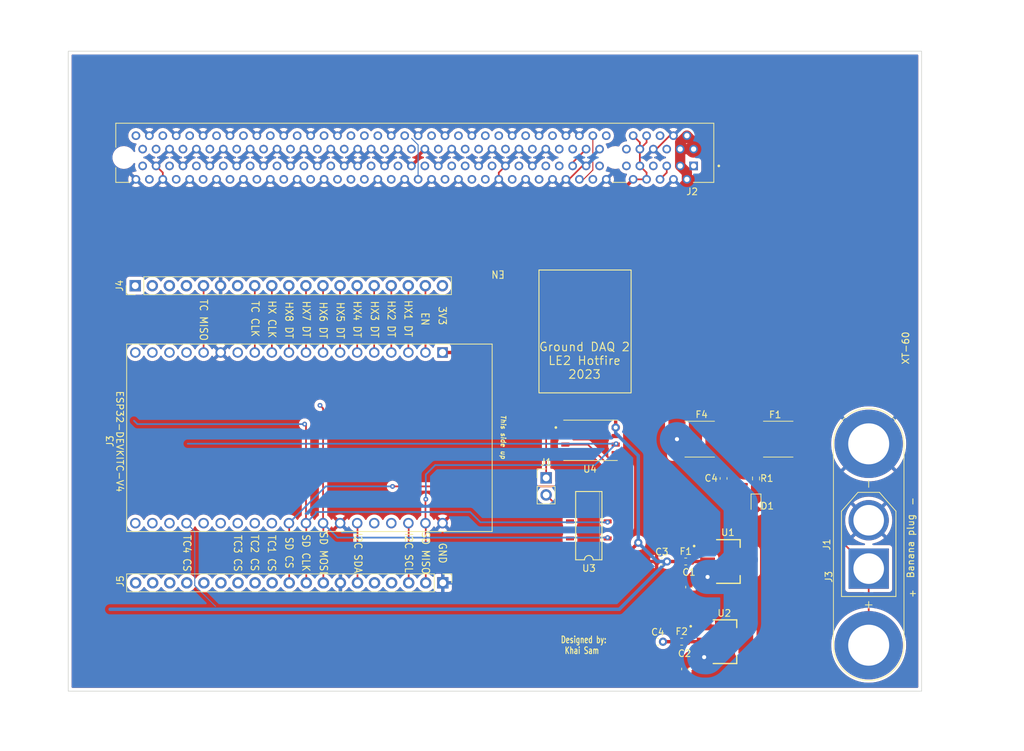
<source format=kicad_pcb>
(kicad_pcb (version 20211014) (generator pcbnew)
  (layers (0 "F.Cu" signal) (1 "In1.Cu" signal) (2 "In2.Cu" signal) (31 "B.Cu" signal) (34 "B.Paste" user) (35 "F.Paste" user) (36 "B.SilkS" user "B.Silkscreen") (37 "F.SilkS" user "F.Silkscreen") (38 "B.Mask" user) (39 "F.Mask" user) (44 "Edge.Cuts" user))
  (net 0 "")
  (net 1 "GND")
  (net 2 "Net-(C4-Pad2)")
  (net 3 "12V")
  (net 4 "Net-(D1-Pad1)")
  (net 5 "+12V")
  (net 6 "3.3V")
  (net 7 "5V")
  (net 8 "HX CLK")
  (net 9 "EN")
  (net 10 "HX1")
  (net 11 "HX2")
  (net 12 "HX3")
  (net 13 "HX4")
  (net 14 "HX5")
  (net 15 "HX6")
  (net 16 "HX7")
  (net 17 "HX8")
  (net 18 "TC CLK")
  (net 19 "Net-(F1-Pad1)")
  (net 20 "TC MISO")
  (net 21 "Net-(J1-Pad1)")
  (net 26 "SD MOSI")
  (net 27 "SD CS")
  (net 29 "I2C SCL")
  (net 30 "I2C SDA")
  (net 36 "TC CS 3")
  (net 37 "TC CS 4")
  (net 47 "SD MOSI_3.3")
  (net 48 "SD CLK_3.3")
  (net 51 "SD CS_3.3")
  (net 60 "Net-(F2-Pad1)")
  (net 71 "SD CLK")
  (net 72 "SD MISO")
  (net 73 "TC CS 1")
  (net 74 "TC CS 2")
  (net 115 "TC MOSI")
  (footprint "XTSD04GLGEAG:SON127P600X800X95-8N" (layer "F.Cu") (at 192.024 121.412)
    (fp_text reference "U4")
    (fp_text value "XTSD04GLGEAG")
  )
  (footprint "74HC4050D:SO16" (layer "F.Cu") (at 191.77 134.112 90)
    (fp_text reference "U3")
    (fp_text value "74HC4050D")
  )
  (footprint "Capacitor_SMD:C_0603_1608Metric" (layer "F.Cu") (at 206.1005 155.448 90)
    (fp_text reference "C2")
    (fp_text value "10uF")
  )
  (footprint "Capacitor_SMD:C_0603_1608Metric" (layer "F.Cu") (at 202.0365 151.384)
    (fp_text reference "C4")
    (fp_text value "22uF")
  )
  (footprint "Diode_SMD:D_0603_1608Metric" (layer "F.Cu") (at 216.6595 130.893 -90)
    (fp_text reference "D1")
    (fp_text value "D_Small")
  )
  (footprint "10018783-10213TLF:AMPHENOL_10018783-10213TLF" (layer "F.Cu") (at 195.72 79.321136 180)
    (fp_text reference "J2")
    (fp_text value "Bus_PCI_Express_x16")
  )
  (footprint "Fuse:Fuse_0603_1608Metric" (layer "F.Cu") (at 205.5925 151.384 180)
    (fp_text reference "F2")
    (fp_text value "500mA Fuse")
  )
  (footprint "Capacitor_SMD:C_0603_1608Metric" (layer "F.Cu") (at 202.64 139.446)
    (fp_text reference "C3")
    (fp_text value "22uF")
  )
  (footprint "Connector_PinHeader_2.54mm:PinHeader_1x19_P2.54mm_Vertical" (layer "F.Cu") (at 124.2668 98.3996 90)
    (fp_text reference "J4")
    (fp_text value "Conn_01x19_Male")
  )
  (footprint "Ellie_Project_Footprints:MODULE_ESP32-DEVKITC-32D" (layer "F.Cu") (at 150.241 121.041001 -90)
    (fp_text reference "J3")
    (fp_text value "ESP32-DEVKITC-32D")
  )
  (footprint "Connector_PinHeader_2.54mm:PinHeader_1x19_P2.54mm_Vertical" (layer "F.Cu") (at 170.043 142.621 -90)
    (fp_text reference "J5")
    (fp_text value "Conn_01x19_Male")
  )
  (footprint "Resistor_SMD:R_0603_1608Metric" (layer "F.Cu") (at 216.6595 127.083 -90)
    (fp_text reference "R1")
    (fp_text value "10k")
  )
  (footprint "AZ1117IH-3:SOT230P700X185-4N" (layer "F.Cu") (at 212.038 151.384)
    (fp_text reference "U2")
    (fp_text value "AZ1117IH-5TRG1")
  )
  (footprint "Fuse:Fuse_2920_7451Metric" (layer "F.Cu") (at 208.2775 121.241 180)
    (fp_text reference "F4")
    (fp_text value "6A Fuse")
  )
  (footprint "XT60-M:AMASS_XT60-M" (layer "F.Cu") (at 233.426 136.906 90)
    (fp_text reference "J3")
    (fp_text value "XT60-M")
  )
  (footprint "Connector:Banana_Jack_2Pin" (layer "F.Cu") (at 233.426 151.906 90)
    (fp_text reference "J1")
    (fp_text value "POWER")
  )
  (footprint "Capacitor_SMD:C_0603_1608Metric" (layer "F.Cu") (at 211.8335 127.083 90)
    (fp_text reference "C4")
    (fp_text value "22uF")
  )
  (footprint "Fuse:Fuse_0603_1608Metric" (layer "F.Cu") (at 206.196 139.446 180)
    (fp_text reference "F1")
    (fp_text value "500mA Fuse")
  )
  (footprint "Capacitor_SMD:C_0603_1608Metric" (layer "F.Cu") (at 206.704 143.256 90)
    (fp_text reference "C1")
    (fp_text value "10uF")
  )
  (footprint "AZ1117IH-3:SOT230P700X185-4N" (layer "F.Cu") (at 212.546 139.446)
    (fp_text reference "U1")
    (fp_text value "AZ1117IH-3.3TRG1")
  )
  (footprint "Connector_PinHeader_2.54mm:PinHeader_1x02_P2.54mm_Vertical" (layer "F.Cu") (at 185.42 127)
    (fp_text reference "J1")
    (fp_text value "Pin Jumper")
  )
  (footprint "Fuse:Fuse_2920_7451Metric" (layer "F.Cu") (at 219.9615 121.241 180)
    (fp_text reference "F1")
    (fp_text value "6A Fuse")
  )
  (gr_rect (start 184.3532 96.0628) (end 198.0692 114.3508) (layer "F.SilkS") (width 0.15) (fill none))
  (gr_rect (start 114.3 63.5) (end 241.3 158.75) (layer "Edge.Cuts") (width 0.1) (fill none))
  (gr_text "HX7 DT" (at 149.733 103.4034 270) (layer "F.SilkS") (effects (font (size 1.1 1))))
  (gr_text "SD CS" (at 147.1676 138.1506 270) (layer "F.SilkS") (effects (font (size 1.1 1))))
  (gr_text "-" (at 239.9284 130.5052 90) (layer "F.SilkS") (effects (font (size 1 1))))
  (gr_text "TC3 CS" (at 139.5222 138.2268 270) (layer "F.SilkS") (effects (font (size 1.1 1))))
  (gr_text "HX CLK" (at 144.6276 103.4034 270) (layer "F.SilkS") (effects (font (size 1.1 1))))
  (gr_text "TC CLK" (at 142.113 103.3526 270) (layer "F.SilkS") (effects (font (size 1.1 1))))
  (gr_text "HX8 DT" (at 147.1676 103.5304 270) (layer "F.SilkS") (effects (font (size 1.1 1))))
  (gr_text "Banana plug" (at 239.6744 137.16 90) (layer "F.SilkS") (effects (font (size 1 1))))
  (gr_text "SD CLK" (at 149.6822 138.176 270) (layer "F.SilkS") (effects (font (size 1.1 1))))
  (gr_text "HX4 DT" (at 157.3022 103.4034 270) (layer "F.SilkS") (effects (font (size 1.1 1))))
  (gr_text "EN" (at 167.4114 103.3526 270) (layer "F.SilkS") (effects (font (size 1.1 1))))
  (gr_text "I2C SDA" (at 157.4292 138.176 270) (layer "F.SilkS") (effects (font (size 1.1 1))))
  (gr_text "+" (at 239.9284 144.2212 90) (layer "F.SilkS") (effects (font (size 1 1))))
  (gr_text "SD MOSI" (at 152.2984 138.2014 270) (layer "F.SilkS") (effects (font (size 1.1 1))))
  (gr_text "TC MISO" (at 134.4422 103.505 270) (layer "F.SilkS") (effects (font (size 1.1 1))))
  (gr_text "EN" (at 178.2572 96.6978 180) (layer "F.SilkS") (effects (font (size 1.1 1))))
  (gr_text "TC1 CS" (at 144.5768 138.2268 270) (layer "F.SilkS") (effects (font (size 1.1 1))))
  (gr_text "SD MISO" (at 167.4876 138.176 270) (layer "F.SilkS") (effects (font (size 1.1 1))))
  (gr_text "ESP32-DEVKITC-V4" (at 121.9708 121.5898 270) (layer "F.SilkS") (effects (font (size 1 1))))
  (gr_text "Ground DAQ 2\nLE2 Hotfire\n2023" (at 191.135 109.5502) (layer "F.SilkS") (effects (font (size 1.27 1.27))))
  (gr_text "I2C SCL" (at 164.973 138.1506 270) (layer "F.SilkS") (effects (font (size 1.1 1))))
  (gr_text "This side up" (at 179.0446 120.9548 270) (layer "F.SilkS") (effects (font (size 0.7 0.7) (thickness 0.15) italic)))
  (gr_text "HX2 DT" (at 162.3822 103.3526 270) (layer "F.SilkS") (effects (font (size 1.1 1))))
  (gr_text "Designed by:\nKhai Sam " (at 191.008 151.892) (layer "F.SilkS") (effects (font (size 1 0.7))))
  (gr_text "HX1 DT" (at 164.8968 103.3018 270) (layer "F.SilkS") (effects (font (size 1.1 1))))
  (gr_text "XT-60" (at 238.9378 107.6706 90) (layer "F.SilkS") (effects (font (size 1 1))))
  (gr_text "3V3" (at 169.9768 102.87 270) (layer "F.SilkS") (effects (font (size 1.1 1))))
  (gr_text "HX5 DT" (at 154.7876 103.5812 270) (layer "F.SilkS") (effects (font (size 1.1 1))))
  (gr_text "HX3 DT" (at 159.893 103.4034 270) (layer "F.SilkS") (effects (font (size 1.1 1))))
  (gr_text "TC4 CS" (at 131.9784 138.2268 270) (layer "F.SilkS") (effects (font (size 1.1 1))))
  (gr_text "HX6 DT" (at 152.2476 103.5558 270) (layer "F.SilkS") (effects (font (size 1.1 1))))
  (gr_text "GND" (at 170.0022 138.2014 270) (layer "F.SilkS") (effects (font (size 1.1 1))))
  (gr_text "TC2 CS" (at 142.0368 138.176 270) (layer "F.SilkS") (effects (font (size 1.1 1))))
  (segment (start 188.819569 82.571136) (end 188.37 82.571136) (width 0.254) (layer "F.Cu") (net 1))
  (segment (start 128.37 82.571136) (end 128.37 81.571136) (width 0.254) (layer "F.Cu") (net 1))
  (segment (start 204.37 76.071136) (end 203.819569 76.071136) (width 0.254) (layer "F.Cu") (net 1))
  (segment (start 191.37 80.571136) (end 190.819569 80.571136) (width 0.254) (layer "F.Cu") (net 1))
  (segment (start 190.819569 80.571136) (end 188.819569 82.571136) (width 0.254) (layer "F.Cu") (net 1))
  (segment (start 201.819569 78.071136) (end 201.37 78.071136) (width 0.254) (layer "F.Cu") (net 1))
  (segment (start 128.37 81.571136) (end 127.37 80.571136) (width 0.254) (layer "F.Cu") (net 1))
  (segment (start 178.37 82.571136) (end 178.37 81.571136) (width 0.254) (layer "F.Cu") (net 1))
  (segment (start 178.37 81.571136) (end 179.37 80.571136) (width 0.254) (layer "F.Cu") (net 1))
  (segment (start 203.819569 76.071136) (end 201.819569 78.071136) (width 0.254) (layer "F.Cu") (net 1))
  (segment (start 215.138 124.714) (end 216.6595 124.714) (width 5.08) (layer "F.Cu") (net 2))
  (segment (start 211.8335 124.035) (end 211.8335 124.614) (width 5.08) (layer "F.Cu") (net 2))
  (segment (start 211.665 121.241) (end 211.665 123.8665) (width 5.08) (layer "F.Cu") (net 2))
  (segment (start 211.665 121.241) (end 215.138 124.714) (width 5.08) (layer "F.Cu") (net 2))
  (segment (start 211.665 123.8665) (end 211.8335 124.035) (width 5.08) (layer "F.Cu") (net 2))
  (segment (start 211.665 121.241) (end 216.574 121.241) (width 5.08) (layer "F.Cu") (net 2))
  (segment (start 206.375 83.82) (end 207.01 83.185) (width 2.54) (layer "F.Cu") (net 3))
  (segment (start 206.1005 154.46) (end 206.1005 154.63) (width 1.778) (layer "F.Cu") (net 3))
  (segment (start 204.89 95.67) (end 204.89 121.241) (width 2.54) (layer "F.Cu") (net 3))
  (segment (start 206.37 81.571136) (end 205.37 80.571136) (width 1.524) (layer "F.Cu") (net 3))
  (segment (start 204.89 95.67) (end 206.375 94.185) (width 2.54) (layer "F.Cu") (net 3))
  (segment (start 206.37 82.571136) (end 206.37 81.571136) (width 1.524) (layer "F.Cu") (net 3))
  (segment (start 207.37 78.071136) (end 207.37 77.071136) (width 1.524) (layer "F.Cu") (net 3))
  (segment (start 205.37 78.071136) (end 205.37 80.571136) (width 1.524) (layer "F.Cu") (net 3))
  (segment (start 209.446 141.746) (end 207.48 141.746) (width 1.778) (layer "F.Cu") (net 3))
  (segment (start 206.8765 153.684) (end 206.1005 154.46) (width 1.778) (layer "F.Cu") (net 3))
  (segment (start 207.37 77.071136) (end 206.37 76.071136) (width 1.524) (layer "F.Cu") (net 3))
  (segment (start 208.938 153.684) (end 206.8765 153.684) (width 1.778) (layer "F.Cu") (net 3))
  (segment (start 206.788 142.438) (end 206.704 142.438) (width 1.778) (layer "F.Cu") (net 3))
  (segment (start 205.37 77.071136) (end 206.37 76.071136) (width 1.524) (layer "F.Cu") (net 3))
  (segment (start 207.48 141.746) (end 206.788 142.438) (width 1.778) (layer "F.Cu") (net 3))
  (segment (start 207.37 78.071136) (end 205.37 78.071136) (width 1.524) (layer "F.Cu") (net 3))
  (segment (start 206.375 94.185) (end 206.375 83.82) (width 2.54) (layer "F.Cu") (net 3))
  (segment (start 205.37 78.071136) (end 205.37 77.071136) (width 1.524) (layer "F.Cu") (net 3))
  (segment (start 207.37 78.071136) (end 209.3875 76.053636) (width 2.54) (layer "F.Cu") (net 3))
  (via (at 204.89 121.241) (size 1.2192) (drill 0.6096) (layers "F.Cu" "B.Cu") (net 3))
  (via (at 208.938 153.684) (size 1.2192) (drill 0.6096) (layers "F.Cu" "B.Cu") (net 3))
  (via (at 209.446 141.746) (size 1.2192) (drill 0.6096) (layers "F.Cu" "B.Cu") (net 3))
  (segment (start 209.282 153.684) (end 208.938 153.684) (width 5.08) (layer "B.Cu") (net 3))
  (segment (start 214.376 139.192) (end 211.822 141.746) (width 5.08) (layer "B.Cu") (net 3))
  (segment (start 204.89 121.241) (end 204.89 121.324) (width 5.08) (layer "B.Cu") (net 3))
  (segment (start 214.376 130.81) (end 214.376 139.192) (width 5.08) (layer "B.Cu") (net 3))
  (segment (start 214.376 139.192) (end 214.376 148.59) (width 5.08) (layer "B.Cu") (net 3))
  (segment (start 204.89 121.324) (end 214.376 130.81) (width 5.08) (layer "B.Cu") (net 3))
  (segment (start 214.376 148.59) (end 209.282 153.684) (width 5.08) (layer "B.Cu") (net 3))
  (segment (start 211.822 141.746) (end 209.446 141.746) (width 5.08) (layer "B.Cu") (net 3))
  (segment (start 216.6595 130.1055) (end 216.6595 128.27) (width 1.524) (layer "F.Cu") (net 4))
  (segment (start 223.349 121.241) (end 223.349 130.429) (width 0.254) (layer "F.Cu") (net 5))
  (segment (start 223.349 130.429) (end 233.426 140.506) (width 0.254) (layer "F.Cu") (net 5))
  (segment (start 233.426 140.506) (end 233.426 151.906) (width 0.254) (layer "F.Cu") (net 5))
  (segment (start 203.415 139.446) (end 205.4085 139.446) (width 0.508) (layer "F.Cu") (net 6))
  (segment (start 194.945 116.84) (end 195.769 117.664) (width 0.508) (layer "F.Cu") (net 6))
  (segment (start 200.37 81.571136) (end 199.37 80.571136) (width 0.254) (layer "F.Cu") (net 6))
  (segment (start 200.37 82.571136) (end 200.37 81.571136) (width 0.254) (layer "F.Cu") (net 6))
  (segment (start 180.499 107.474) (end 180.658 107.315) (width 0.508) (layer "F.Cu") (net 6))
  (segment (start 170.307 108.035001) (end 170.001 108.341001) (width 0.508) (layer "F.Cu") (net 6))
  (segment (start 181.61 108.585) (end 181.61 116.84) (width 0.508) (layer "F.Cu") (net 6))
  (segment (start 199.37 80.571136) (end 199.37 78.071136) (width 0.254) (layer "F.Cu") (net 6))
  (segment (start 199.37 77.071136) (end 198.37 76.071136) (width 0.254) (layer "F.Cu") (net 6))
  (segment (start 184.15 94.615) (end 186.326136 94.615) (width 0.508) (layer "F.Cu") (net 6))
  (segment (start 170.001 108.341001) (end 179.631999 108.341001) (width 0.508) (layer "F.Cu") (net 6))
  (segment (start 181.61 116.84) (end 194.945 116.84) (width 0.508) (layer "F.Cu") (net 6))
  (segment (start 180.499 107.474) (end 181.61 108.585) (width 0.508) (layer "F.Cu") (net 6))
  (segment (start 199.136 136.652) (end 197.231 138.557) (width 0.508) (layer "F.Cu") (net 6))
  (segment (start 200.37 76.071136) (end 200.37 77.071136) (width 0.254) (layer "F.Cu") (net 6))
  (segment (start 186.326136 94.615) (end 198.37 82.571136) (width 0.508) (layer "F.Cu") (net 6))
  (segment (start 195.769 117.664) (end 195.769 119.507) (width 0.508) (layer "F.Cu") (net 6))
  (segment (start 199.37 78.071136) (end 199.37 77.071136) (width 0.254) (layer "F.Cu") (net 6))
  (segment (start 180.658 107.315) (end 180.658 98.107) (width 0.508) (layer "F.Cu") (net 6))
  (segment (start 197.231 138.557) (end 194.57 138.557) (width 0.508) (layer "F.Cu") (net 6))
  (segment (start 179.631999 108.341001) (end 180.499 107.474) (width 0.508) (layer "F.Cu") (net 6))
  (segment (start 200.37 77.071136) (end 199.37 78.071136) (width 0.254) (layer "F.Cu") (net 6))
  (segment (start 180.658 98.107) (end 184.15 94.615) (width 0.508) (layer "F.Cu") (net 6))
  (segment (start 200.37 82.571136) (end 198.37 82.571136) (width 0.254) (layer "F.Cu") (net 6))
  (via (at 195.769 119.507) (size 1.2192) (drill 0.6096) (layers "F.Cu" "B.Cu") (net 6))
  (via (at 203.415 139.446) (size 1.2192) (drill 0.6096) (layers "F.Cu" "B.Cu") (net 6))
  (via (at 199.136 136.652) (size 1.2192) (drill 0.6096) (layers "F.Cu" "B.Cu") (net 6))
  (segment (start 130.302 146.558) (end 196.303 146.558) (width 0.508) (layer "B.Cu") (net 6))
  (segment (start 199.136 123.698) (end 195.769 120.331) (width 0.508) (layer "B.Cu") (net 6))
  (segment (start 198.37 76.071136) (end 197.9865 75.687636) (width 0.254) (layer "B.Cu") (net 6))
  (segment (start 199.136 136.652) (end 199.136 123.698) (width 0.508) (layer "B.Cu") (net 6))
  (segment (start 129.54 146.558) (end 130.302 146.558) (width 0.508) (layer "B.Cu") (net 6))
  (segment (start 203.415 139.446) (end 201.93 139.446) (width 0.508) (layer "B.Cu") (net 6))
  (segment (start 130.302 146.558) (end 120.523 146.558) (width 0.508) (layer "B.Cu") (net 6))
  (segment (start 195.769 120.331) (end 195.769 119.507) (width 0.508) (layer "B.Cu") (net 6))
  (segment (start 203.415 139.446) (end 196.303 146.558) (width 0.508) (layer "B.Cu") (net 6))
  (segment (start 201.93 139.446) (end 199.136 136.652) (width 0.508) (layer "B.Cu") (net 6))
  (segment (start 202.8115 151.384) (end 204.805 151.384) (width 0.508) (layer "F.Cu") (net 7))
  (segment (start 203.37 80.571136) (end 203.37 81.571136) (width 0.254) (layer "F.Cu") (net 7))
  (segment (start 203.37 81.571136) (end 202.37 82.571136) (width 0.254) (layer "F.Cu") (net 7))
  (via (at 202.8115 151.384) (size 1.2192) (drill 0.6096) (layers "F.Cu" "B.Cu") (net 7))
  (segment (start 144.601 98.4138) (end 144.5868 98.3996) (width 0.254) (layer "F.Cu") (net 8))
  (segment (start 144.601 108.341001) (end 144.601 98.4138) (width 0.254) (layer "F.Cu") (net 8))
  (segment (start 167.461 108.341001) (end 167.461 106.859) (width 0.254) (layer "F.Cu") (net 9))
  (segment (start 170.851 103.469) (end 174.931 103.469) (width 0.254) (layer "F.Cu") (net 9))
  (segment (start 167.461 97.865) (end 167.461 108.341001) (width 0.254) (layer "F.Cu") (net 9))
  (segment (start 167.461 106.859) (end 170.851 103.469) (width 0.254) (layer "F.Cu") (net 9))
  (segment (start 164.921 108.341001) (end 164.921 98.4138) (width 0.254) (layer "F.Cu") (net 10))
  (segment (start 164.921 98.4138) (end 164.9068 98.3996) (width 0.254) (layer "F.Cu") (net 10))
  (segment (start 162.381 108.341001) (end 162.381 98.4138) (width 0.254) (layer "F.Cu") (net 11))
  (segment (start 162.381 98.4138) (end 162.3668 98.3996) (width 0.254) (layer "F.Cu") (net 11))
  (segment (start 159.8268 108.326801) (end 159.841 108.341001) (width 0.254) (layer "F.Cu") (net 12))
  (segment (start 159.8268 98.3996) (end 159.8268 108.326801) (width 0.254) (layer "F.Cu") (net 12))
  (segment (start 157.301 98.4138) (end 157.2868 98.3996) (width 0.254) (layer "F.Cu") (net 13))
  (segment (start 157.301 108.341001) (end 157.301 98.4138) (width 0.254) (layer "F.Cu") (net 13))
  (segment (start 154.7468 108.326801) (end 154.761 108.341001) (width 0.254) (layer "F.Cu") (net 14))
  (segment (start 154.7468 98.3996) (end 154.7468 108.326801) (width 0.254) (layer "F.Cu") (net 14))
  (segment (start 152.221 108.341001) (end 152.221 98.4138) (width 0.254) (layer "F.Cu") (net 15))
  (segment (start 152.221 98.4138) (end 152.2068 98.3996) (width 0.254) (layer "F.Cu") (net 15))
  (segment (start 149.681 108.341001) (end 149.681 98.4138) (width 0.254) (layer "F.Cu") (net 16))
  (segment (start 149.681 98.4138) (end 149.6668 98.3996) (width 0.254) (layer "F.Cu") (net 16))
  (segment (start 147.141 98.4138) (end 147.1268 98.3996) (width 0.254) (layer "F.Cu") (net 17))
  (segment (start 147.141 108.341001) (end 147.141 98.4138) (width 0.254) (layer "F.Cu") (net 17))
  (segment (start 142.061 108.341001) (end 142.061 98.4138) (width 0.254) (layer "F.Cu") (net 18))
  (segment (start 142.061 98.4138) (end 142.0468 98.3996) (width 0.254) (layer "F.Cu") (net 18))
  (segment (start 206.9835 139.446) (end 209.446 139.446) (width 0.508) (layer "F.Cu") (net 19))
  (segment (start 134.441 98.627) (end 134.441 108.341001) (width 0.254) (layer "F.Cu") (net 20))
  (segment (start 134.4268 98.6128) (end 134.441 98.627) (width 0.254) (layer "F.Cu") (net 20))
  (segment (start 134.4268 98.3996) (end 134.4268 98.6128) (width 0.254) (layer "F.Cu") (net 20))
  (segment (start 185.42 127) (end 185.42 120.65) (width 0.254) (layer "F.Cu") (net 21))
  (segment (start 188.152 120.65) (end 188.279 120.777) (width 0.254) (layer "F.Cu") (net 21))
  (segment (start 185.42 120.65) (end 188.152 120.65) (width 0.254) (layer "F.Cu") (net 21))
  (segment (start 152.263 133.783001) (end 152.221 133.741001) (width 0.254) (layer "F.Cu") (net 26))
  (segment (start 152.221 116.661) (end 152.221 133.741001) (width 0.254) (layer "F.Cu") (net 26))
  (segment (start 194.57 135.896) (end 194.564 135.89) (width 0.254) (layer "F.Cu") (net 26))
  (segment (start 151.765 116.205) (end 152.221 116.661) (width 0.254) (layer "F.Cu") (net 26))
  (segment (start 194.57 136.017) (end 194.57 135.896) (width 0.254) (layer "F.Cu") (net 26))
  (segment (start 152.263 142.621) (end 152.263 133.783001) (width 0.254) (layer "F.Cu") (net 26))
  (via (at 194.564 135.89) (size 0.7112) (drill 0.3048) (layers "F.Cu" "B.Cu") (net 26))
  (via (at 151.765 116.205) (size 0.7112) (drill 0.3048) (layers "F.Cu" "B.Cu") (net 26))
  (segment (start 154.369999 135.89) (end 194.564 135.89) (width 0.254) (layer "B.Cu") (net 26))
  (segment (start 152.221 133.741001) (end 154.369999 135.89) (width 0.254) (layer "B.Cu") (net 26))
  (segment (start 162.368001 128.27) (end 187.573 128.27) (width 0.254) (layer "F.Cu") (net 27))
  (segment (start 147.183 133.783001) (end 147.141 133.741001) (width 0.254) (layer "F.Cu") (net 27))
  (segment (start 187.573 128.27) (end 188.97 129.667) (width 0.254) (layer "F.Cu") (net 27))
  (segment (start 147.183 142.621) (end 147.183 133.783001) (width 0.254) (layer "F.Cu") (net 27))
  (via (at 162.56 128.27) (size 0.7112) (drill 0.3048) (layers "F.Cu" "B.Cu") (net 27))
  (segment (start 152.612001 128.27) (end 147.141 133.741001) (width 0.254) (layer "B.Cu") (net 27))
  (segment (start 162.56 128.27) (end 152.612001 128.27) (width 0.254) (layer "B.Cu") (net 27))
  (segment (start 164.963 133.783001) (end 164.921 133.741001) (width 0.254) (layer "F.Cu") (net 29))
  (segment (start 190.992273 82.571136) (end 190.37 82.571136) (width 0.1524) (layer "F.Cu") (net 29))
  (segment (start 192.37 76.071136) (end 192.37 81.193409) (width 0.1524) (layer "F.Cu") (net 29))
  (segment (start 190.37 82.571136) (end 190.819569 82.571136) (width 0.254) (layer "F.Cu") (net 29))
  (segment (start 164.963 142.621) (end 164.963 133.783001) (width 0.254) (layer "F.Cu") (net 29))
  (segment (start 192.37 81.193409) (end 190.992273 82.571136) (width 0.1524) (layer "F.Cu") (net 29))
  (segment (start 157.343 142.621) (end 157.343 133.783001) (width 0.254) (layer "F.Cu") (net 30))
  (segment (start 191.37 78.071136) (end 189.37 80.071136) (width 0.254) (layer "F.Cu") (net 30))
  (segment (start 189.37 80.071136) (end 189.37 80.571136) (width 0.254) (layer "F.Cu") (net 30))
  (segment (start 157.343 133.783001) (end 157.301 133.741001) (width 0.254) (layer "F.Cu") (net 30))
  (segment (start 166.37 82.571136) (end 166.37 77.448863) (width 0.1524) (layer "B.Cu") (net 37))
  (segment (start 133.1232 134.963201) (end 131.901 133.741001) (width 0.1524) (layer "B.Cu") (net 37))
  (segment (start 133.1232 143.030055) (end 133.1232 134.963201) (width 0.1524) (layer "B.Cu") (net 37))
  (segment (start 166.37 77.448863) (end 165.3958 76.474663) (width 0.1524) (layer "B.Cu") (net 37))
  (segment (start 136.2213 146.128155) (end 133.1232 143.030055) (width 0.1524) (layer "B.Cu") (net 37))
  (segment (start 197.866 125.414) (end 195.769 123.317) (width 0.254) (layer "F.Cu") (net 47))
  (segment (start 197.866 134.366) (end 197.866 125.414) (width 0.254) (layer "F.Cu") (net 47))
  (segment (start 194.945 137.287) (end 197.866 134.366) (width 0.254) (layer "F.Cu") (net 47))
  (segment (start 194.57 137.287) (end 194.945 137.287) (width 0.254) (layer "F.Cu") (net 47))
  (segment (start 194.57 134.747) (end 194.87 134.747) (width 0.254) (layer "F.Cu") (net 48))
  (segment (start 194.87 134.747) (end 196.342 133.275) (width 0.254) (layer "F.Cu") (net 48))
  (segment (start 196.342 126.746) (end 191.643 122.047) (width 0.254) (layer "F.Cu") (net 48))
  (segment (start 196.342 133.275) (end 196.342 126.746) (width 0.254) (layer "F.Cu") (net 48))
  (segment (start 191.643 122.047) (end 188.279 122.047) (width 0.254) (layer "F.Cu") (net 48))
  (segment (start 185.42 129.54) (end 186.817 130.937) (width 0.254) (layer "F.Cu") (net 51))
  (segment (start 186.817 130.937) (end 188.97 130.937) (width 0.254) (layer "F.Cu") (net 51))
  (segment (start 206.38 151.384) (end 208.938 151.384) (width 0.508) (layer "F.Cu") (net 60))
  (segment (start 194.57 133.598) (end 194.564 133.604) (width 0.254) (layer "F.Cu") (net 71))
  (segment (start 149.681 133.741001) (end 149.681 119.201) (width 0.254) (layer "F.Cu") (net 71))
  (segment (start 194.57 133.477) (end 194.57 133.598) (width 0.254) (layer "F.Cu") (net 71))
  (segment (start 149.681 119.201) (end 149.479 118.999) (width 0.254) (layer "F.Cu") (net 71))
  (segment (start 149.723 133.783001) (end 149.681 133.741001) (width 0.254) (layer "F.Cu") (net 71))
  (segment (start 149.723 142.621) (end 149.723 133.783001) (width 0.254) (layer "F.Cu") (net 71))
  (via (at 194.564 133.604) (size 0.7112) (drill 0.3048) (layers "F.Cu" "B.Cu") (net 71))
  (via (at 149.479 118.999) (size 0.7112) (drill 0.3048) (layers "F.Cu" "B.Cu") (net 71))
  (segment (start 124.079 118.491) (end 124.587 118.999) (width 0.254) (layer "B.Cu") (net 71))
  (segment (start 124.587 118.999) (end 149.479 118.999) (width 0.254) (layer "B.Cu") (net 71))
  (segment (start 149.681 133.741001) (end 151.13 132.292001) (width 0.254) (layer "B.Cu") (net 71))
  (segment (start 151.13 132.292001) (end 151.13 132.08) (width 0.254) (layer "B.Cu") (net 71))
  (segment (start 174.117 132.08) (end 175.641 133.604) (width 0.254) (layer "B.Cu") (net 71))
  (segment (start 194.564 133.604) (end 175.641 133.604) (width 0.254) (layer "B.Cu") (net 71))
  (segment (start 151.13 132.08) (end 174.117 132.08) (width 0.254) (layer "B.Cu") (net 71))
  (segment (start 195.769 121.985) (end 195.834 121.92) (width 0.508) (layer "F.Cu") (net 72))
  (segment (start 195.769 122.047) (end 195.769 121.985) (width 0.508) (layer "F.Cu") (net 72))
  (segment (start 167.503 133.783001) (end 167.461 133.741001) (width 0.254) (layer "F.Cu") (net 72))
  (segment (start 167.503 133.783001) (end 167.503 142.621) (width 0.254) (layer "F.Cu") (net 72))
  (segment (start 167.513 130.175) (end 167.461 130.227) (width 0.254) (layer "F.Cu") (net 72))
  (segment (start 167.461 130.227) (end 167.461 133.741001) (width 0.254) (layer "F.Cu") (net 72))
  (via (at 195.834 121.92) (size 0.7112) (drill 0.3048) (layers "F.Cu" "B.Cu") (net 72))
  (via (at 167.513 130.175) (size 0.7112) (drill 0.3048) (layers "F.Cu" "B.Cu") (net 72))
  (segment (start 195.834 121.92) (end 192.659 125.095) (width 0.254) (layer "B.Cu") (net 72))
  (segment (start 168.91 125.095) (end 167.513 126.492) (width 0.254) (layer "B.Cu") (net 72))
  (segment (start 192.659 125.095) (end 168.91 125.095) (width 0.254) (layer "B.Cu") (net 72))
  (segment (start 167.513 126.492) (end 167.513 130.175) (width 0.254) (layer "B.Cu") (net 72))
  (segment (start 195.834 121.92) (end 132.08 121.92) (width 0.254) (layer "B.Cu") (net 72))
  (zone (net 1) (net_name "GND") (layers F&B.Cu) (connect_pads (clearance 0.5)) (min_thickness 0.254) (fill yes (thermal_gap 0.508) (thermal_bridge_width 0.508))
    (polygon (pts (xy 246.126 162.56) (xy 110.571275 163.52663) (xy 111.76 61.468) (xy 112.522 61.976) (xy 246.038606 60.203237)))
  )
)
</source>
